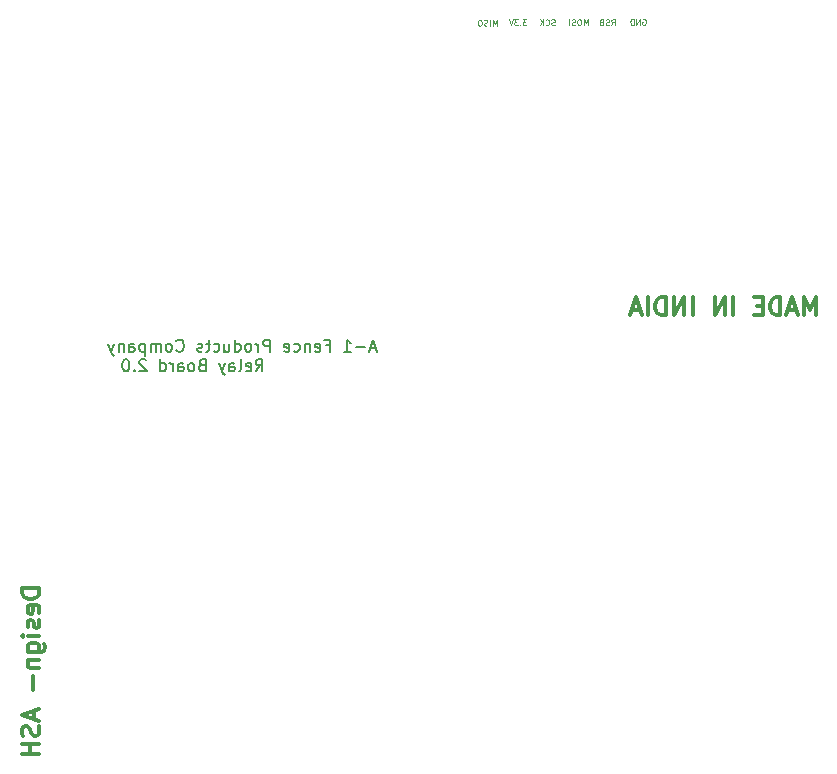
<source format=gbr>
%TF.GenerationSoftware,KiCad,Pcbnew,(5.1.10)-1*%
%TF.CreationDate,2021-12-03T15:52:50+05:30*%
%TF.ProjectId,Relay Board 2.0,52656c61-7920-4426-9f61-726420322e30,rev?*%
%TF.SameCoordinates,Original*%
%TF.FileFunction,Legend,Bot*%
%TF.FilePolarity,Positive*%
%FSLAX46Y46*%
G04 Gerber Fmt 4.6, Leading zero omitted, Abs format (unit mm)*
G04 Created by KiCad (PCBNEW (5.1.10)-1) date 2021-12-03 15:52:50*
%MOMM*%
%LPD*%
G01*
G04 APERTURE LIST*
%ADD10C,0.100000*%
%ADD11C,0.300000*%
%ADD12C,0.150000*%
G04 APERTURE END LIST*
D10*
X140815714Y-52151190D02*
X140815714Y-51651190D01*
X140649047Y-52008333D01*
X140482380Y-51651190D01*
X140482380Y-52151190D01*
X140244285Y-52151190D02*
X140244285Y-51651190D01*
X140030000Y-52127380D02*
X139958571Y-52151190D01*
X139839523Y-52151190D01*
X139791904Y-52127380D01*
X139768095Y-52103571D01*
X139744285Y-52055952D01*
X139744285Y-52008333D01*
X139768095Y-51960714D01*
X139791904Y-51936904D01*
X139839523Y-51913095D01*
X139934761Y-51889285D01*
X139982380Y-51865476D01*
X140006190Y-51841666D01*
X140030000Y-51794047D01*
X140030000Y-51746428D01*
X140006190Y-51698809D01*
X139982380Y-51675000D01*
X139934761Y-51651190D01*
X139815714Y-51651190D01*
X139744285Y-51675000D01*
X139434761Y-51651190D02*
X139339523Y-51651190D01*
X139291904Y-51675000D01*
X139244285Y-51722619D01*
X139220476Y-51817857D01*
X139220476Y-51984523D01*
X139244285Y-52079761D01*
X139291904Y-52127380D01*
X139339523Y-52151190D01*
X139434761Y-52151190D01*
X139482380Y-52127380D01*
X139530000Y-52079761D01*
X139553809Y-51984523D01*
X139553809Y-51817857D01*
X139530000Y-51722619D01*
X139482380Y-51675000D01*
X139434761Y-51651190D01*
X153180952Y-51600000D02*
X153228571Y-51576190D01*
X153300000Y-51576190D01*
X153371428Y-51600000D01*
X153419047Y-51647619D01*
X153442857Y-51695238D01*
X153466666Y-51790476D01*
X153466666Y-51861904D01*
X153442857Y-51957142D01*
X153419047Y-52004761D01*
X153371428Y-52052380D01*
X153300000Y-52076190D01*
X153252380Y-52076190D01*
X153180952Y-52052380D01*
X153157142Y-52028571D01*
X153157142Y-51861904D01*
X153252380Y-51861904D01*
X152942857Y-52076190D02*
X152942857Y-51576190D01*
X152657142Y-52076190D01*
X152657142Y-51576190D01*
X152419047Y-52076190D02*
X152419047Y-51576190D01*
X152300000Y-51576190D01*
X152228571Y-51600000D01*
X152180952Y-51647619D01*
X152157142Y-51695238D01*
X152133333Y-51790476D01*
X152133333Y-51861904D01*
X152157142Y-51957142D01*
X152180952Y-52004761D01*
X152228571Y-52052380D01*
X152300000Y-52076190D01*
X152419047Y-52076190D01*
X145742857Y-52077380D02*
X145671428Y-52101190D01*
X145552380Y-52101190D01*
X145504761Y-52077380D01*
X145480952Y-52053571D01*
X145457142Y-52005952D01*
X145457142Y-51958333D01*
X145480952Y-51910714D01*
X145504761Y-51886904D01*
X145552380Y-51863095D01*
X145647619Y-51839285D01*
X145695238Y-51815476D01*
X145719047Y-51791666D01*
X145742857Y-51744047D01*
X145742857Y-51696428D01*
X145719047Y-51648809D01*
X145695238Y-51625000D01*
X145647619Y-51601190D01*
X145528571Y-51601190D01*
X145457142Y-51625000D01*
X144957142Y-52053571D02*
X144980952Y-52077380D01*
X145052380Y-52101190D01*
X145100000Y-52101190D01*
X145171428Y-52077380D01*
X145219047Y-52029761D01*
X145242857Y-51982142D01*
X145266666Y-51886904D01*
X145266666Y-51815476D01*
X145242857Y-51720238D01*
X145219047Y-51672619D01*
X145171428Y-51625000D01*
X145100000Y-51601190D01*
X145052380Y-51601190D01*
X144980952Y-51625000D01*
X144957142Y-51648809D01*
X144742857Y-52101190D02*
X144742857Y-51601190D01*
X144457142Y-52101190D02*
X144671428Y-51815476D01*
X144457142Y-51601190D02*
X144742857Y-51886904D01*
X143338095Y-51601190D02*
X143028571Y-51601190D01*
X143195238Y-51791666D01*
X143123809Y-51791666D01*
X143076190Y-51815476D01*
X143052380Y-51839285D01*
X143028571Y-51886904D01*
X143028571Y-52005952D01*
X143052380Y-52053571D01*
X143076190Y-52077380D01*
X143123809Y-52101190D01*
X143266666Y-52101190D01*
X143314285Y-52077380D01*
X143338095Y-52053571D01*
X142814285Y-52053571D02*
X142790476Y-52077380D01*
X142814285Y-52101190D01*
X142838095Y-52077380D01*
X142814285Y-52053571D01*
X142814285Y-52101190D01*
X142623809Y-51601190D02*
X142314285Y-51601190D01*
X142480952Y-51791666D01*
X142409523Y-51791666D01*
X142361904Y-51815476D01*
X142338095Y-51839285D01*
X142314285Y-51886904D01*
X142314285Y-52005952D01*
X142338095Y-52053571D01*
X142361904Y-52077380D01*
X142409523Y-52101190D01*
X142552380Y-52101190D01*
X142600000Y-52077380D01*
X142623809Y-52053571D01*
X142171428Y-51601190D02*
X142004761Y-52101190D01*
X141838095Y-51601190D01*
X150533333Y-52101190D02*
X150700000Y-51863095D01*
X150819047Y-52101190D02*
X150819047Y-51601190D01*
X150628571Y-51601190D01*
X150580952Y-51625000D01*
X150557142Y-51648809D01*
X150533333Y-51696428D01*
X150533333Y-51767857D01*
X150557142Y-51815476D01*
X150580952Y-51839285D01*
X150628571Y-51863095D01*
X150819047Y-51863095D01*
X150342857Y-52077380D02*
X150271428Y-52101190D01*
X150152380Y-52101190D01*
X150104761Y-52077380D01*
X150080952Y-52053571D01*
X150057142Y-52005952D01*
X150057142Y-51958333D01*
X150080952Y-51910714D01*
X150104761Y-51886904D01*
X150152380Y-51863095D01*
X150247619Y-51839285D01*
X150295238Y-51815476D01*
X150319047Y-51791666D01*
X150342857Y-51744047D01*
X150342857Y-51696428D01*
X150319047Y-51648809D01*
X150295238Y-51625000D01*
X150247619Y-51601190D01*
X150128571Y-51601190D01*
X150057142Y-51625000D01*
X149676190Y-51839285D02*
X149604761Y-51863095D01*
X149580952Y-51886904D01*
X149557142Y-51934523D01*
X149557142Y-52005952D01*
X149580952Y-52053571D01*
X149604761Y-52077380D01*
X149652380Y-52101190D01*
X149842857Y-52101190D01*
X149842857Y-51601190D01*
X149676190Y-51601190D01*
X149628571Y-51625000D01*
X149604761Y-51648809D01*
X149580952Y-51696428D01*
X149580952Y-51744047D01*
X149604761Y-51791666D01*
X149628571Y-51815476D01*
X149676190Y-51839285D01*
X149842857Y-51839285D01*
X148535714Y-52101190D02*
X148535714Y-51601190D01*
X148369047Y-51958333D01*
X148202380Y-51601190D01*
X148202380Y-52101190D01*
X147869047Y-51601190D02*
X147773809Y-51601190D01*
X147726190Y-51625000D01*
X147678571Y-51672619D01*
X147654761Y-51767857D01*
X147654761Y-51934523D01*
X147678571Y-52029761D01*
X147726190Y-52077380D01*
X147773809Y-52101190D01*
X147869047Y-52101190D01*
X147916666Y-52077380D01*
X147964285Y-52029761D01*
X147988095Y-51934523D01*
X147988095Y-51767857D01*
X147964285Y-51672619D01*
X147916666Y-51625000D01*
X147869047Y-51601190D01*
X147464285Y-52077380D02*
X147392857Y-52101190D01*
X147273809Y-52101190D01*
X147226190Y-52077380D01*
X147202380Y-52053571D01*
X147178571Y-52005952D01*
X147178571Y-51958333D01*
X147202380Y-51910714D01*
X147226190Y-51886904D01*
X147273809Y-51863095D01*
X147369047Y-51839285D01*
X147416666Y-51815476D01*
X147440476Y-51791666D01*
X147464285Y-51744047D01*
X147464285Y-51696428D01*
X147440476Y-51648809D01*
X147416666Y-51625000D01*
X147369047Y-51601190D01*
X147250000Y-51601190D01*
X147178571Y-51625000D01*
X146964285Y-52101190D02*
X146964285Y-51601190D01*
D11*
X167840000Y-76648571D02*
X167840000Y-75148571D01*
X167340000Y-76220000D01*
X166840000Y-75148571D01*
X166840000Y-76648571D01*
X166197142Y-76220000D02*
X165482857Y-76220000D01*
X166340000Y-76648571D02*
X165840000Y-75148571D01*
X165340000Y-76648571D01*
X164840000Y-76648571D02*
X164840000Y-75148571D01*
X164482857Y-75148571D01*
X164268571Y-75220000D01*
X164125714Y-75362857D01*
X164054285Y-75505714D01*
X163982857Y-75791428D01*
X163982857Y-76005714D01*
X164054285Y-76291428D01*
X164125714Y-76434285D01*
X164268571Y-76577142D01*
X164482857Y-76648571D01*
X164840000Y-76648571D01*
X163340000Y-75862857D02*
X162840000Y-75862857D01*
X162625714Y-76648571D02*
X163340000Y-76648571D01*
X163340000Y-75148571D01*
X162625714Y-75148571D01*
X160840000Y-76648571D02*
X160840000Y-75148571D01*
X160125714Y-76648571D02*
X160125714Y-75148571D01*
X159268571Y-76648571D01*
X159268571Y-75148571D01*
X157411428Y-76648571D02*
X157411428Y-75148571D01*
X156697142Y-76648571D02*
X156697142Y-75148571D01*
X155840000Y-76648571D01*
X155840000Y-75148571D01*
X155125714Y-76648571D02*
X155125714Y-75148571D01*
X154768571Y-75148571D01*
X154554285Y-75220000D01*
X154411428Y-75362857D01*
X154340000Y-75505714D01*
X154268571Y-75791428D01*
X154268571Y-76005714D01*
X154340000Y-76291428D01*
X154411428Y-76434285D01*
X154554285Y-76577142D01*
X154768571Y-76648571D01*
X155125714Y-76648571D01*
X153625714Y-76648571D02*
X153625714Y-75148571D01*
X152982857Y-76220000D02*
X152268571Y-76220000D01*
X153125714Y-76648571D02*
X152625714Y-75148571D01*
X152125714Y-76648571D01*
D12*
X130565714Y-79451666D02*
X130089523Y-79451666D01*
X130660952Y-79737380D02*
X130327619Y-78737380D01*
X129994285Y-79737380D01*
X129660952Y-79356428D02*
X128899047Y-79356428D01*
X127899047Y-79737380D02*
X128470476Y-79737380D01*
X128184761Y-79737380D02*
X128184761Y-78737380D01*
X128280000Y-78880238D01*
X128375238Y-78975476D01*
X128470476Y-79023095D01*
X126375238Y-79213571D02*
X126708571Y-79213571D01*
X126708571Y-79737380D02*
X126708571Y-78737380D01*
X126232380Y-78737380D01*
X125470476Y-79689761D02*
X125565714Y-79737380D01*
X125756190Y-79737380D01*
X125851428Y-79689761D01*
X125899047Y-79594523D01*
X125899047Y-79213571D01*
X125851428Y-79118333D01*
X125756190Y-79070714D01*
X125565714Y-79070714D01*
X125470476Y-79118333D01*
X125422857Y-79213571D01*
X125422857Y-79308809D01*
X125899047Y-79404047D01*
X124994285Y-79070714D02*
X124994285Y-79737380D01*
X124994285Y-79165952D02*
X124946666Y-79118333D01*
X124851428Y-79070714D01*
X124708571Y-79070714D01*
X124613333Y-79118333D01*
X124565714Y-79213571D01*
X124565714Y-79737380D01*
X123660952Y-79689761D02*
X123756190Y-79737380D01*
X123946666Y-79737380D01*
X124041904Y-79689761D01*
X124089523Y-79642142D01*
X124137142Y-79546904D01*
X124137142Y-79261190D01*
X124089523Y-79165952D01*
X124041904Y-79118333D01*
X123946666Y-79070714D01*
X123756190Y-79070714D01*
X123660952Y-79118333D01*
X122851428Y-79689761D02*
X122946666Y-79737380D01*
X123137142Y-79737380D01*
X123232380Y-79689761D01*
X123280000Y-79594523D01*
X123280000Y-79213571D01*
X123232380Y-79118333D01*
X123137142Y-79070714D01*
X122946666Y-79070714D01*
X122851428Y-79118333D01*
X122803809Y-79213571D01*
X122803809Y-79308809D01*
X123280000Y-79404047D01*
X121613333Y-79737380D02*
X121613333Y-78737380D01*
X121232380Y-78737380D01*
X121137142Y-78785000D01*
X121089523Y-78832619D01*
X121041904Y-78927857D01*
X121041904Y-79070714D01*
X121089523Y-79165952D01*
X121137142Y-79213571D01*
X121232380Y-79261190D01*
X121613333Y-79261190D01*
X120613333Y-79737380D02*
X120613333Y-79070714D01*
X120613333Y-79261190D02*
X120565714Y-79165952D01*
X120518095Y-79118333D01*
X120422857Y-79070714D01*
X120327619Y-79070714D01*
X119851428Y-79737380D02*
X119946666Y-79689761D01*
X119994285Y-79642142D01*
X120041904Y-79546904D01*
X120041904Y-79261190D01*
X119994285Y-79165952D01*
X119946666Y-79118333D01*
X119851428Y-79070714D01*
X119708571Y-79070714D01*
X119613333Y-79118333D01*
X119565714Y-79165952D01*
X119518095Y-79261190D01*
X119518095Y-79546904D01*
X119565714Y-79642142D01*
X119613333Y-79689761D01*
X119708571Y-79737380D01*
X119851428Y-79737380D01*
X118660952Y-79737380D02*
X118660952Y-78737380D01*
X118660952Y-79689761D02*
X118756190Y-79737380D01*
X118946666Y-79737380D01*
X119041904Y-79689761D01*
X119089523Y-79642142D01*
X119137142Y-79546904D01*
X119137142Y-79261190D01*
X119089523Y-79165952D01*
X119041904Y-79118333D01*
X118946666Y-79070714D01*
X118756190Y-79070714D01*
X118660952Y-79118333D01*
X117756190Y-79070714D02*
X117756190Y-79737380D01*
X118184761Y-79070714D02*
X118184761Y-79594523D01*
X118137142Y-79689761D01*
X118041904Y-79737380D01*
X117899047Y-79737380D01*
X117803809Y-79689761D01*
X117756190Y-79642142D01*
X116851428Y-79689761D02*
X116946666Y-79737380D01*
X117137142Y-79737380D01*
X117232380Y-79689761D01*
X117280000Y-79642142D01*
X117327619Y-79546904D01*
X117327619Y-79261190D01*
X117280000Y-79165952D01*
X117232380Y-79118333D01*
X117137142Y-79070714D01*
X116946666Y-79070714D01*
X116851428Y-79118333D01*
X116565714Y-79070714D02*
X116184761Y-79070714D01*
X116422857Y-78737380D02*
X116422857Y-79594523D01*
X116375238Y-79689761D01*
X116280000Y-79737380D01*
X116184761Y-79737380D01*
X115899047Y-79689761D02*
X115803809Y-79737380D01*
X115613333Y-79737380D01*
X115518095Y-79689761D01*
X115470476Y-79594523D01*
X115470476Y-79546904D01*
X115518095Y-79451666D01*
X115613333Y-79404047D01*
X115756190Y-79404047D01*
X115851428Y-79356428D01*
X115899047Y-79261190D01*
X115899047Y-79213571D01*
X115851428Y-79118333D01*
X115756190Y-79070714D01*
X115613333Y-79070714D01*
X115518095Y-79118333D01*
X113708571Y-79642142D02*
X113756190Y-79689761D01*
X113899047Y-79737380D01*
X113994285Y-79737380D01*
X114137142Y-79689761D01*
X114232380Y-79594523D01*
X114280000Y-79499285D01*
X114327619Y-79308809D01*
X114327619Y-79165952D01*
X114280000Y-78975476D01*
X114232380Y-78880238D01*
X114137142Y-78785000D01*
X113994285Y-78737380D01*
X113899047Y-78737380D01*
X113756190Y-78785000D01*
X113708571Y-78832619D01*
X113137142Y-79737380D02*
X113232380Y-79689761D01*
X113280000Y-79642142D01*
X113327619Y-79546904D01*
X113327619Y-79261190D01*
X113280000Y-79165952D01*
X113232380Y-79118333D01*
X113137142Y-79070714D01*
X112994285Y-79070714D01*
X112899047Y-79118333D01*
X112851428Y-79165952D01*
X112803809Y-79261190D01*
X112803809Y-79546904D01*
X112851428Y-79642142D01*
X112899047Y-79689761D01*
X112994285Y-79737380D01*
X113137142Y-79737380D01*
X112375238Y-79737380D02*
X112375238Y-79070714D01*
X112375238Y-79165952D02*
X112327619Y-79118333D01*
X112232380Y-79070714D01*
X112089523Y-79070714D01*
X111994285Y-79118333D01*
X111946666Y-79213571D01*
X111946666Y-79737380D01*
X111946666Y-79213571D02*
X111899047Y-79118333D01*
X111803809Y-79070714D01*
X111660952Y-79070714D01*
X111565714Y-79118333D01*
X111518095Y-79213571D01*
X111518095Y-79737380D01*
X111041904Y-79070714D02*
X111041904Y-80070714D01*
X111041904Y-79118333D02*
X110946666Y-79070714D01*
X110756190Y-79070714D01*
X110660952Y-79118333D01*
X110613333Y-79165952D01*
X110565714Y-79261190D01*
X110565714Y-79546904D01*
X110613333Y-79642142D01*
X110660952Y-79689761D01*
X110756190Y-79737380D01*
X110946666Y-79737380D01*
X111041904Y-79689761D01*
X109708571Y-79737380D02*
X109708571Y-79213571D01*
X109756190Y-79118333D01*
X109851428Y-79070714D01*
X110041904Y-79070714D01*
X110137142Y-79118333D01*
X109708571Y-79689761D02*
X109803809Y-79737380D01*
X110041904Y-79737380D01*
X110137142Y-79689761D01*
X110184761Y-79594523D01*
X110184761Y-79499285D01*
X110137142Y-79404047D01*
X110041904Y-79356428D01*
X109803809Y-79356428D01*
X109708571Y-79308809D01*
X109232380Y-79070714D02*
X109232380Y-79737380D01*
X109232380Y-79165952D02*
X109184761Y-79118333D01*
X109089523Y-79070714D01*
X108946666Y-79070714D01*
X108851428Y-79118333D01*
X108803809Y-79213571D01*
X108803809Y-79737380D01*
X108422857Y-79070714D02*
X108184761Y-79737380D01*
X107946666Y-79070714D02*
X108184761Y-79737380D01*
X108280000Y-79975476D01*
X108327619Y-80023095D01*
X108422857Y-80070714D01*
X120422857Y-81387380D02*
X120756190Y-80911190D01*
X120994285Y-81387380D02*
X120994285Y-80387380D01*
X120613333Y-80387380D01*
X120518095Y-80435000D01*
X120470476Y-80482619D01*
X120422857Y-80577857D01*
X120422857Y-80720714D01*
X120470476Y-80815952D01*
X120518095Y-80863571D01*
X120613333Y-80911190D01*
X120994285Y-80911190D01*
X119613333Y-81339761D02*
X119708571Y-81387380D01*
X119899047Y-81387380D01*
X119994285Y-81339761D01*
X120041904Y-81244523D01*
X120041904Y-80863571D01*
X119994285Y-80768333D01*
X119899047Y-80720714D01*
X119708571Y-80720714D01*
X119613333Y-80768333D01*
X119565714Y-80863571D01*
X119565714Y-80958809D01*
X120041904Y-81054047D01*
X118994285Y-81387380D02*
X119089523Y-81339761D01*
X119137142Y-81244523D01*
X119137142Y-80387380D01*
X118184761Y-81387380D02*
X118184761Y-80863571D01*
X118232380Y-80768333D01*
X118327619Y-80720714D01*
X118518095Y-80720714D01*
X118613333Y-80768333D01*
X118184761Y-81339761D02*
X118280000Y-81387380D01*
X118518095Y-81387380D01*
X118613333Y-81339761D01*
X118660952Y-81244523D01*
X118660952Y-81149285D01*
X118613333Y-81054047D01*
X118518095Y-81006428D01*
X118280000Y-81006428D01*
X118184761Y-80958809D01*
X117803809Y-80720714D02*
X117565714Y-81387380D01*
X117327619Y-80720714D02*
X117565714Y-81387380D01*
X117660952Y-81625476D01*
X117708571Y-81673095D01*
X117803809Y-81720714D01*
X115851428Y-80863571D02*
X115708571Y-80911190D01*
X115660952Y-80958809D01*
X115613333Y-81054047D01*
X115613333Y-81196904D01*
X115660952Y-81292142D01*
X115708571Y-81339761D01*
X115803809Y-81387380D01*
X116184761Y-81387380D01*
X116184761Y-80387380D01*
X115851428Y-80387380D01*
X115756190Y-80435000D01*
X115708571Y-80482619D01*
X115660952Y-80577857D01*
X115660952Y-80673095D01*
X115708571Y-80768333D01*
X115756190Y-80815952D01*
X115851428Y-80863571D01*
X116184761Y-80863571D01*
X115041904Y-81387380D02*
X115137142Y-81339761D01*
X115184761Y-81292142D01*
X115232380Y-81196904D01*
X115232380Y-80911190D01*
X115184761Y-80815952D01*
X115137142Y-80768333D01*
X115041904Y-80720714D01*
X114899047Y-80720714D01*
X114803809Y-80768333D01*
X114756190Y-80815952D01*
X114708571Y-80911190D01*
X114708571Y-81196904D01*
X114756190Y-81292142D01*
X114803809Y-81339761D01*
X114899047Y-81387380D01*
X115041904Y-81387380D01*
X113851428Y-81387380D02*
X113851428Y-80863571D01*
X113899047Y-80768333D01*
X113994285Y-80720714D01*
X114184761Y-80720714D01*
X114280000Y-80768333D01*
X113851428Y-81339761D02*
X113946666Y-81387380D01*
X114184761Y-81387380D01*
X114280000Y-81339761D01*
X114327619Y-81244523D01*
X114327619Y-81149285D01*
X114280000Y-81054047D01*
X114184761Y-81006428D01*
X113946666Y-81006428D01*
X113851428Y-80958809D01*
X113375238Y-81387380D02*
X113375238Y-80720714D01*
X113375238Y-80911190D02*
X113327619Y-80815952D01*
X113280000Y-80768333D01*
X113184761Y-80720714D01*
X113089523Y-80720714D01*
X112327619Y-81387380D02*
X112327619Y-80387380D01*
X112327619Y-81339761D02*
X112422857Y-81387380D01*
X112613333Y-81387380D01*
X112708571Y-81339761D01*
X112756190Y-81292142D01*
X112803809Y-81196904D01*
X112803809Y-80911190D01*
X112756190Y-80815952D01*
X112708571Y-80768333D01*
X112613333Y-80720714D01*
X112422857Y-80720714D01*
X112327619Y-80768333D01*
X111137142Y-80482619D02*
X111089523Y-80435000D01*
X110994285Y-80387380D01*
X110756190Y-80387380D01*
X110660952Y-80435000D01*
X110613333Y-80482619D01*
X110565714Y-80577857D01*
X110565714Y-80673095D01*
X110613333Y-80815952D01*
X111184761Y-81387380D01*
X110565714Y-81387380D01*
X110137142Y-81292142D02*
X110089523Y-81339761D01*
X110137142Y-81387380D01*
X110184761Y-81339761D01*
X110137142Y-81292142D01*
X110137142Y-81387380D01*
X109470476Y-80387380D02*
X109375238Y-80387380D01*
X109280000Y-80435000D01*
X109232380Y-80482619D01*
X109184761Y-80577857D01*
X109137142Y-80768333D01*
X109137142Y-81006428D01*
X109184761Y-81196904D01*
X109232380Y-81292142D01*
X109280000Y-81339761D01*
X109375238Y-81387380D01*
X109470476Y-81387380D01*
X109565714Y-81339761D01*
X109613333Y-81292142D01*
X109660952Y-81196904D01*
X109708571Y-81006428D01*
X109708571Y-80768333D01*
X109660952Y-80577857D01*
X109613333Y-80482619D01*
X109565714Y-80435000D01*
X109470476Y-80387380D01*
D11*
X102108571Y-99790000D02*
X100608571Y-99790000D01*
X100608571Y-100147142D01*
X100680000Y-100361428D01*
X100822857Y-100504285D01*
X100965714Y-100575714D01*
X101251428Y-100647142D01*
X101465714Y-100647142D01*
X101751428Y-100575714D01*
X101894285Y-100504285D01*
X102037142Y-100361428D01*
X102108571Y-100147142D01*
X102108571Y-99790000D01*
X102037142Y-101861428D02*
X102108571Y-101718571D01*
X102108571Y-101432857D01*
X102037142Y-101290000D01*
X101894285Y-101218571D01*
X101322857Y-101218571D01*
X101180000Y-101290000D01*
X101108571Y-101432857D01*
X101108571Y-101718571D01*
X101180000Y-101861428D01*
X101322857Y-101932857D01*
X101465714Y-101932857D01*
X101608571Y-101218571D01*
X102037142Y-102504285D02*
X102108571Y-102647142D01*
X102108571Y-102932857D01*
X102037142Y-103075714D01*
X101894285Y-103147142D01*
X101822857Y-103147142D01*
X101680000Y-103075714D01*
X101608571Y-102932857D01*
X101608571Y-102718571D01*
X101537142Y-102575714D01*
X101394285Y-102504285D01*
X101322857Y-102504285D01*
X101180000Y-102575714D01*
X101108571Y-102718571D01*
X101108571Y-102932857D01*
X101180000Y-103075714D01*
X102108571Y-103790000D02*
X101108571Y-103790000D01*
X100608571Y-103790000D02*
X100680000Y-103718571D01*
X100751428Y-103790000D01*
X100680000Y-103861428D01*
X100608571Y-103790000D01*
X100751428Y-103790000D01*
X101108571Y-105147142D02*
X102322857Y-105147142D01*
X102465714Y-105075714D01*
X102537142Y-105004285D01*
X102608571Y-104861428D01*
X102608571Y-104647142D01*
X102537142Y-104504285D01*
X102037142Y-105147142D02*
X102108571Y-105004285D01*
X102108571Y-104718571D01*
X102037142Y-104575714D01*
X101965714Y-104504285D01*
X101822857Y-104432857D01*
X101394285Y-104432857D01*
X101251428Y-104504285D01*
X101180000Y-104575714D01*
X101108571Y-104718571D01*
X101108571Y-105004285D01*
X101180000Y-105147142D01*
X101108571Y-105861428D02*
X102108571Y-105861428D01*
X101251428Y-105861428D02*
X101180000Y-105932857D01*
X101108571Y-106075714D01*
X101108571Y-106290000D01*
X101180000Y-106432857D01*
X101322857Y-106504285D01*
X102108571Y-106504285D01*
X101537142Y-107218571D02*
X101537142Y-108361428D01*
X101680000Y-110147142D02*
X101680000Y-110861428D01*
X102108571Y-110004285D02*
X100608571Y-110504285D01*
X102108571Y-111004285D01*
X102037142Y-111432857D02*
X102108571Y-111647142D01*
X102108571Y-112004285D01*
X102037142Y-112147142D01*
X101965714Y-112218571D01*
X101822857Y-112290000D01*
X101680000Y-112290000D01*
X101537142Y-112218571D01*
X101465714Y-112147142D01*
X101394285Y-112004285D01*
X101322857Y-111718571D01*
X101251428Y-111575714D01*
X101180000Y-111504285D01*
X101037142Y-111432857D01*
X100894285Y-111432857D01*
X100751428Y-111504285D01*
X100680000Y-111575714D01*
X100608571Y-111718571D01*
X100608571Y-112075714D01*
X100680000Y-112290000D01*
X102108571Y-112932857D02*
X100608571Y-112932857D01*
X101322857Y-112932857D02*
X101322857Y-113790000D01*
X102108571Y-113790000D02*
X100608571Y-113790000D01*
M02*

</source>
